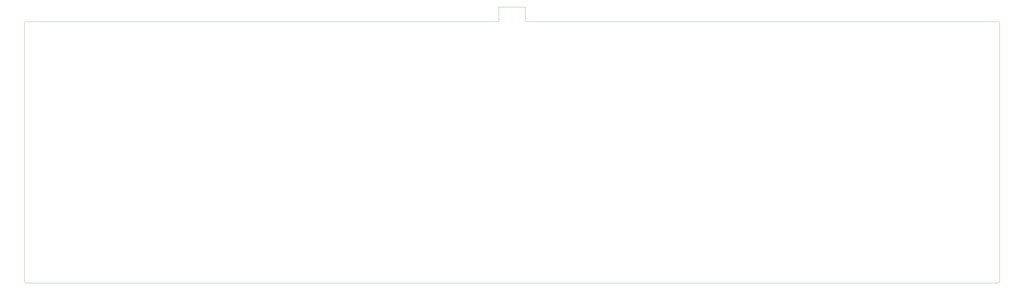
<source format=gm1>
G04 #@! TF.GenerationSoftware,KiCad,Pcbnew,(6.0.0)*
G04 #@! TF.CreationDate,2022-03-08T15:03:57-05:00*
G04 #@! TF.ProjectId,next,6e657874-2e6b-4696-9361-645f70636258,rev?*
G04 #@! TF.SameCoordinates,Original*
G04 #@! TF.FileFunction,Profile,NP*
%FSLAX46Y46*%
G04 Gerber Fmt 4.6, Leading zero omitted, Abs format (unit mm)*
G04 Created by KiCad (PCBNEW (6.0.0)) date 2022-03-08 15:03:57*
%MOMM*%
%LPD*%
G01*
G04 APERTURE LIST*
G04 #@! TA.AperFunction,Profile*
%ADD10C,0.100000*%
G04 #@! TD*
G04 APERTURE END LIST*
D10*
X29600000Y-123500000D02*
X380000000Y-123500000D01*
X209550000Y-29100000D02*
X380000000Y-29100000D01*
X380500000Y-29600000D02*
X380500000Y-123000000D01*
X29100000Y-29600000D02*
X29100000Y-123000000D01*
X380500000Y-29600000D02*
G75*
G03*
X380000000Y-29100000I-500001J-1D01*
G01*
X200025000Y-23812500D02*
X200025000Y-29100000D01*
X200025000Y-23812500D02*
X209550000Y-23812500D01*
X29100000Y-123000000D02*
G75*
G03*
X29600000Y-123500000I500001J1D01*
G01*
X209550000Y-23812500D02*
X209550000Y-29100000D01*
X29600000Y-29100000D02*
G75*
G03*
X29100000Y-29600000I1J-500001D01*
G01*
X380000000Y-123500000D02*
G75*
G03*
X380500000Y-123000000I-1J500001D01*
G01*
X29600000Y-29100000D02*
X200025000Y-29100000D01*
M02*

</source>
